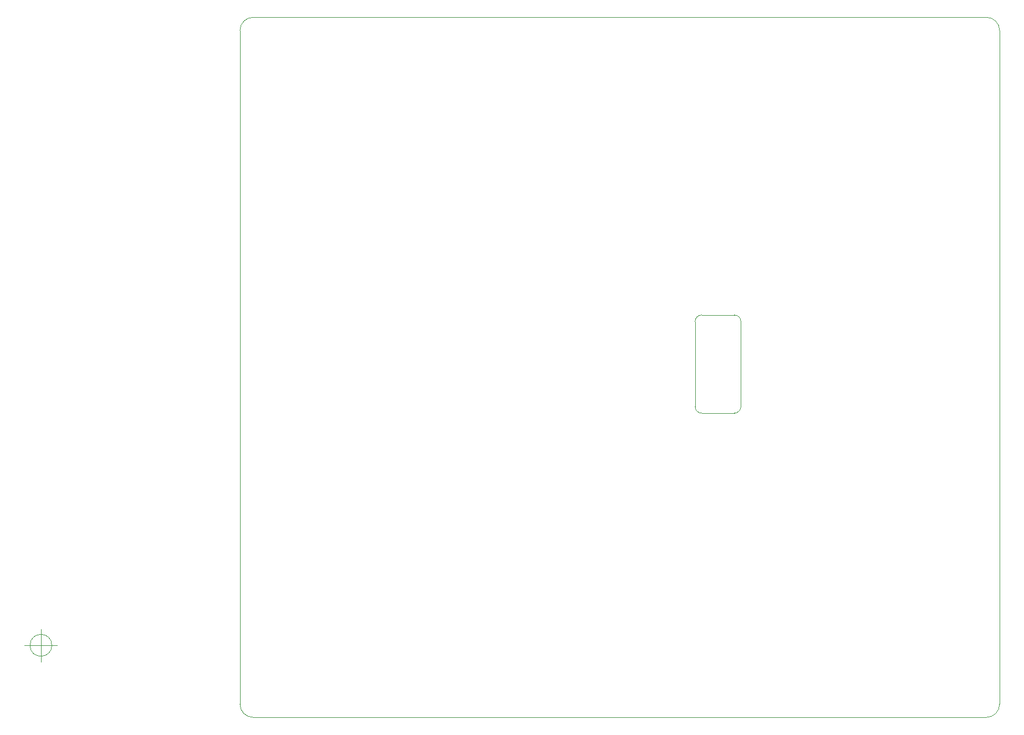
<source format=gbr>
%TF.GenerationSoftware,KiCad,Pcbnew,(6.0.10)*%
%TF.CreationDate,2022-12-29T21:48:34+01:00*%
%TF.ProjectId,Driver,44726976-6572-42e6-9b69-6361645f7063,1.0*%
%TF.SameCoordinates,Original*%
%TF.FileFunction,Profile,NP*%
%FSLAX46Y46*%
G04 Gerber Fmt 4.6, Leading zero omitted, Abs format (unit mm)*
G04 Created by KiCad (PCBNEW (6.0.10)) date 2022-12-29 21:48:34*
%MOMM*%
%LPD*%
G01*
G04 APERTURE LIST*
%TA.AperFunction,Profile*%
%ADD10C,0.050000*%
%TD*%
G04 APERTURE END LIST*
D10*
X117500000Y-158000000D02*
X229500000Y-158000000D01*
X115500000Y-53000000D02*
X115500000Y-156000000D01*
X229500000Y-51000000D02*
X117500000Y-51000000D01*
X231500000Y-156000000D02*
X231500000Y-53000000D01*
X229500000Y-158000000D02*
G75*
G03*
X231500000Y-156000000I0J2000000D01*
G01*
X115500000Y-156000000D02*
G75*
G03*
X117500000Y-158000000I2000000J0D01*
G01*
X117500000Y-51000000D02*
G75*
G03*
X115500000Y-53000000I0J-2000000D01*
G01*
X231500000Y-53000000D02*
G75*
G03*
X229500000Y-51000000I-2000000J0D01*
G01*
X191000000Y-96500000D02*
X186000000Y-96500000D01*
X192000000Y-110500000D02*
X192000000Y-97500000D01*
X186000000Y-111500000D02*
X191000000Y-111500000D01*
X185000000Y-97500000D02*
X185000000Y-110500000D01*
X185000000Y-110500000D02*
G75*
G03*
X186000000Y-111500000I1000000J0D01*
G01*
X191000000Y-111500000D02*
G75*
G03*
X192000000Y-110500000I0J1000000D01*
G01*
X192000000Y-97500000D02*
G75*
G03*
X191000000Y-96500000I-1000000J0D01*
G01*
X186000000Y-96500000D02*
G75*
G03*
X185000000Y-97500000I0J-1000000D01*
G01*
X86766666Y-146990000D02*
G75*
G03*
X86766666Y-146990000I-1666666J0D01*
G01*
X82600000Y-146990000D02*
X87600000Y-146990000D01*
X85100000Y-144490000D02*
X85100000Y-149490000D01*
M02*

</source>
